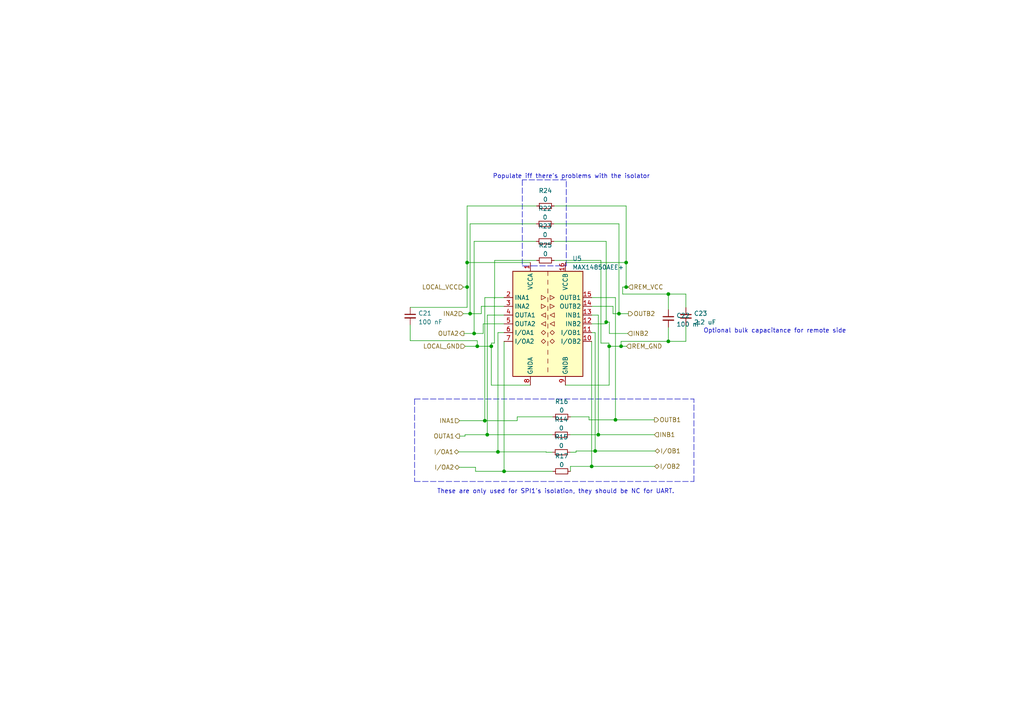
<source format=kicad_sch>
(kicad_sch (version 20211123) (generator eeschema)
  (paper "A4")
  (lib_symbols
    (symbol "Device:C_Small" (pin_numbers hide) (pin_names (offset 0.254) hide)
      (property "Reference" "C" (at 0.254 1.778 0))
      (property "Value" "C_Small" (at 0.254 -2.032 0))
      (symbol "C_Small_0_1"
        (polyline (pts (xy -1.524 -0.508) (xy 1.524 -0.508)) (stroke (width 0.3302)))
        (polyline (pts (xy -1.524 0.508) (xy 1.524 0.508)) (stroke (width 0.3048)))
      )
      (symbol "C_Small_1_1"
        (pin passive line (at 0 2.54 270) (length 2.032) (name "~") (number "1"))
        (pin passive line (at 0 -2.54 90) (length 2.032) (name "~") (number "2"))
      )
    )
    (symbol "Device:R_Small" (pin_numbers hide) (pin_names (offset 0.254) hide)
      (property "Reference" "R" (at 0.762 0.508 0))
      (property "Value" "R_Small" (at 0.762 -1.016 0))
      (symbol "R_Small_0_1"
        (rectangle (start -0.762 1.778) (end 0.762 -1.778) (stroke (width 0.2032)))
      )
      (symbol "R_Small_1_1"
        (pin passive line (at 0 2.54 270) (length 0.762) (name "~") (number "1"))
        (pin passive line (at 0 -2.54 90) (length 0.762) (name "~") (number "2"))
      )
    )
    (symbol "Isolator:MAX14850AEE+"
      (property "Reference" "U" (at -9.525 16.51 0))
      (property "Value" "MAX14850AEE+" (at 13.335 16.51 0))
      (symbol "MAX14850AEE+_0_1"
        (rectangle (start -10.16 15.24) (end 10.16 -15.24) (stroke (width 0.254)) (fill (type background)))
        (polyline (pts (xy 0 -12.7) (xy 0 -13.97)))
        (polyline (pts (xy 0 -10.16) (xy 0 -11.43)))
        (polyline (pts (xy 0 -7.62) (xy 0 -8.89)))
        (polyline (pts (xy 0 -5.08) (xy 0 -6.35)))
        (polyline (pts (xy 0 -2.54) (xy 0 -3.81)))
        (polyline (pts (xy 0 0) (xy 0 -1.27)))
        (polyline (pts (xy 0 2.54) (xy 0 1.27)))
        (polyline (pts (xy 0 5.08) (xy 0 3.81)))
        (polyline (pts (xy 0 7.62) (xy 0 6.35)))
        (polyline (pts (xy 0 10.16) (xy 0 8.89)))
        (polyline (pts (xy 0 12.7) (xy 0 11.43)))
        (polyline (pts (xy 0 15.24) (xy 0 13.97)))
        (polyline (pts (xy -1.905 5.715) (xy -1.905 4.445) (xy -0.635 5.08) (xy -1.905 5.715)))
        (polyline (pts (xy -1.905 8.255) (xy -1.905 6.985) (xy -0.635 7.62) (xy -1.905 8.255)))
        (polyline (pts (xy -0.635 -0.635) (xy -0.635 0.635) (xy -1.905 0) (xy -0.635 -0.635)))
        (polyline (pts (xy -0.635 1.905) (xy -0.635 3.175) (xy -1.905 2.54) (xy -0.635 1.905)))
        (polyline (pts (xy 0.635 5.715) (xy 0.635 4.445) (xy 1.905 5.08) (xy 0.635 5.715)))
        (polyline (pts (xy 0.635 8.255) (xy 0.635 6.985) (xy 1.905 7.62) (xy 0.635 8.255)))
        (polyline (pts (xy 1.905 -0.635) (xy 1.905 0.635) (xy 0.635 0) (xy 1.905 -0.635)))
        (polyline (pts (xy 1.905 1.905) (xy 1.905 3.175) (xy 0.635 2.54) (xy 1.905 1.905)))
        (polyline (pts (xy -1.27 -4.445) (xy -1.905 -5.08) (xy -1.27 -5.715) (xy -0.635 -5.08) (xy -1.27 -4.445)))
        (polyline (pts (xy -1.27 -1.905) (xy -1.905 -2.54) (xy -1.27 -3.175) (xy -0.635 -2.54) (xy -1.27 -1.905)))
        (polyline (pts (xy 1.27 -4.445) (xy 0.635 -5.08) (xy 1.27 -5.715) (xy 1.905 -5.08) (xy 1.27 -4.445)))
        (polyline (pts (xy 1.27 -1.905) (xy 0.635 -2.54) (xy 1.27 -3.175) (xy 1.905 -2.54) (xy 1.27 -1.905)))
      )
      (symbol "MAX14850AEE+_1_1"
        (pin power_in line (at -5.08 17.78 270) (length 2.54) (name "VCCA") (number "1"))
        (pin bidirectional line (at 12.7 -5.08 180) (length 2.54) (name "I/OB2") (number "10"))
        (pin bidirectional line (at 12.7 -2.54 180) (length 2.54) (name "I/OB1") (number "11"))
        (pin input line (at 12.7 0 180) (length 2.54) (name "INB2") (number "12"))
        (pin input line (at 12.7 2.54 180) (length 2.54) (name "INB1") (number "13"))
        (pin output line (at 12.7 5.08 180) (length 2.54) (name "OUTB2") (number "14"))
        (pin output line (at 12.7 7.62 180) (length 2.54) (name "OUTB1") (number "15"))
        (pin power_in line (at 5.08 17.78 270) (length 2.54) (name "VCCB") (number "16"))
        (pin input line (at -12.7 7.62 0) (length 2.54) (name "INA1") (number "2"))
        (pin input line (at -12.7 5.08 0) (length 2.54) (name "INA2") (number "3"))
        (pin output line (at -12.7 2.54 0) (length 2.54) (name "OUTA1") (number "4"))
        (pin output line (at -12.7 0 0) (length 2.54) (name "OUTA2") (number "5"))
        (pin bidirectional line (at -12.7 -2.54 0) (length 2.54) (name "I/OA1") (number "6"))
        (pin bidirectional line (at -12.7 -5.08 0) (length 2.54) (name "I/OA2") (number "7"))
        (pin power_in line (at -5.08 -17.78 90) (length 2.54) (name "GNDA") (number "8"))
        (pin power_in line (at 5.08 -17.78 90) (length 2.54) (name "GNDB") (number "9"))
      )
    )
  )
  (junction (at 146.2024 136.7028))
  (junction (at 180.1368 100.4316))
  (junction (at 138.43 100.4316))
  (junction (at 181.61 83.2612))
  (junction (at 176.6824 100.4316))
  (junction (at 144.4244 131.064))
  (junction (at 193.8528 85.2932))
  (junction (at 135.4836 83.2612))
  (junction (at 141.3256 126.0856))
  (junction (at 135.4836 76.1492))
  (junction (at 140.6144 122.0216))
  (junction (at 175.8188 93.4212))
  (junction (at 179.5272 90.9828))
  (junction (at 181.61 76.1492))
  (junction (at 172.6184 130.81))
  (junction (at 178.5112 121.7676))
  (junction (at 142.494 100.4316))
  (junction (at 173.5328 126.0856))
  (junction (at 193.8528 99.0092))
  (junction (at 136.3472 90.9828))
  (junction (at 137.5156 96.7232))
  (junction (at 171.6024 135.2804))
  (wire (pts (xy 175.8188 93.9292) (xy 175.8188 93.4212)))
  (wire (pts (xy 133.0452 131.064) (xy 144.4244 131.064)))
  (wire (pts (xy 146.2024 86.3092) (xy 140.6144 86.3092)))
  (polyline (pts (xy 120.2436 115.7224) (xy 120.2436 139.6492)))
  (wire (pts (xy 172.6184 96.4692) (xy 172.6184 130.81)))
  (wire (pts (xy 140.1572 93.9292) (xy 140.1572 96.7232)))
  (wire (pts (xy 193.8528 85.2932) (xy 198.9328 85.2932)))
  (wire (pts (xy 176.6824 111.7092) (xy 176.6824 100.4316)))
  (wire (pts (xy 146.2024 91.3892) (xy 141.3256 91.3892)))
  (wire (pts (xy 134.366 90.9828) (xy 136.3472 90.9828)))
  (wire (pts (xy 146.2024 96.4692) (xy 144.4244 96.4692)))
  (wire (pts (xy 180.594 85.2932) (xy 193.8528 85.2932)))
  (wire (pts (xy 177.8 90.9828) (xy 179.5272 90.9828)))
  (wire (pts (xy 165.4556 135.2804) (xy 165.4556 136.7028)))
  (polyline (pts (xy 154.2288 77.1144) (xy 164.2364 77.1144)))
  (wire (pts (xy 134.874 126.492) (xy 133.2992 126.492)))
  (wire (pts (xy 155.5496 70.0024) (xy 137.5156 70.0024)))
  (wire (pts (xy 176.6316 100.4316) (xy 176.6316 99.5172)))
  (wire (pts (xy 155.5496 64.9224) (xy 136.3472 64.9224)))
  (wire (pts (xy 180.1368 100.4316) (xy 181.7116 100.4316)))
  (polyline (pts (xy 151.4856 77.1144) (xy 154.2288 77.1144)))
  (wire (pts (xy 144.4244 96.4692) (xy 144.4244 131.064)))
  (polyline (pts (xy 201.2696 139.6492) (xy 201.2696 115.7224)))
  (wire (pts (xy 176.7332 96.7232) (xy 182.0672 96.7232)))
  (wire (pts (xy 189.7888 121.7676) (xy 178.5112 121.7676)))
  (wire (pts (xy 171.6024 96.4692) (xy 172.6184 96.4692)))
  (wire (pts (xy 160.6296 70.0024) (xy 175.8188 70.0024)))
  (wire (pts (xy 118.9736 89.154) (xy 135.4836 89.154)))
  (wire (pts (xy 179.5272 90.9828) (xy 182.2704 90.9828)))
  (wire (pts (xy 137.5156 96.7232) (xy 134.5692 96.7232)))
  (wire (pts (xy 193.8528 99.0092) (xy 198.9328 99.0092)))
  (wire (pts (xy 158.3944 131.064) (xy 158.3944 131.1656)))
  (wire (pts (xy 171.6024 91.3892) (xy 173.5328 91.3892)))
  (wire (pts (xy 158.3944 131.1656) (xy 160.274 131.1656)))
  (wire (pts (xy 140.1572 96.7232) (xy 137.5156 96.7232)))
  (wire (pts (xy 135.4836 76.1492) (xy 135.4836 83.2612)))
  (wire (pts (xy 155.6512 75.5396) (xy 143.4592 75.5396)))
  (wire (pts (xy 172.6184 130.81) (xy 167.0812 130.81)))
  (wire (pts (xy 171.6024 93.9292) (xy 175.8188 93.9292)))
  (wire (pts (xy 143.4084 86.5632) (xy 143.4592 86.5632)))
  (wire (pts (xy 176.6824 100.4316) (xy 180.1368 100.4316)))
  (wire (pts (xy 193.8528 89.8144) (xy 193.8528 85.2932)))
  (wire (pts (xy 180.594 85.2932) (xy 180.594 83.2612)))
  (wire (pts (xy 141.3256 91.3892) (xy 141.3256 126.0856)))
  (wire (pts (xy 139.5984 88.8492) (xy 139.5984 90.9828)))
  (wire (pts (xy 160.7312 75.5396) (xy 174.2948 75.5396)))
  (wire (pts (xy 171.6024 86.3092) (xy 178.5112 86.3092)))
  (wire (pts (xy 142.494 100.4316) (xy 142.494 111.7092)))
  (wire (pts (xy 144.4244 131.064) (xy 158.3944 131.064)))
  (wire (pts (xy 137.922 136.7028) (xy 146.2024 136.7028)))
  (wire (pts (xy 146.2024 136.7028) (xy 160.3756 136.7028)))
  (polyline (pts (xy 120.2436 139.6492) (xy 201.2696 139.6492)))
  (wire (pts (xy 142.494 99.5172) (xy 142.494 100.4316)))
  (wire (pts (xy 173.5328 91.3892) (xy 173.5328 126.0856)))
  (wire (pts (xy 175.8188 70.0024) (xy 175.8188 93.4212)))
  (wire (pts (xy 140.6144 122.0216) (xy 150.0124 122.0216)))
  (wire (pts (xy 171.6024 135.2804) (xy 189.8904 135.2804)))
  (wire (pts (xy 177.8 88.8492) (xy 177.8 90.9828)))
  (wire (pts (xy 173.5328 126.0856) (xy 189.7888 126.0856)))
  (wire (pts (xy 193.8528 94.8944) (xy 193.8528 99.0092)))
  (wire (pts (xy 163.9824 76.1492) (xy 181.61 76.1492)))
  (wire (pts (xy 138.43 98.806) (xy 138.43 100.4316)))
  (wire (pts (xy 179.5272 64.9224) (xy 179.5272 90.9828)))
  (wire (pts (xy 178.5112 121.7676) (xy 170.8404 121.7676)))
  (wire (pts (xy 160.274 126.0856) (xy 141.3256 126.0856)))
  (wire (pts (xy 160.6296 64.9224) (xy 179.5272 64.9224)))
  (wire (pts (xy 140.6144 86.3092) (xy 140.6144 122.0216)))
  (wire (pts (xy 150.0124 120.904) (xy 160.3756 120.904)))
  (wire (pts (xy 146.2024 93.9292) (xy 140.1572 93.9292)))
  (wire (pts (xy 146.2024 88.8492) (xy 139.5984 88.8492)))
  (wire (pts (xy 174.2948 75.5396) (xy 174.2948 99.5172)))
  (wire (pts (xy 153.8224 76.1492) (xy 135.4836 76.1492)))
  (wire (pts (xy 137.922 136.7028) (xy 137.922 135.5344)))
  (wire (pts (xy 171.6024 88.8492) (xy 177.8 88.8492)))
  (wire (pts (xy 135.4836 59.7408) (xy 135.4836 76.1492)))
  (polyline (pts (xy 164.2364 77.1144) (xy 164.2364 52.1716)))
  (wire (pts (xy 141.3256 126.0856) (xy 134.874 126.0856)))
  (wire (pts (xy 118.9736 94.234) (xy 118.9736 98.806)))
  (wire (pts (xy 118.9736 98.806) (xy 138.43 98.806)))
  (wire (pts (xy 178.5112 86.3092) (xy 178.5112 121.7676)))
  (wire (pts (xy 163.9824 111.7092) (xy 176.6824 111.7092)))
  (polyline (pts (xy 164.2364 52.1716) (xy 151.4856 52.1716)))
  (wire (pts (xy 165.354 131.1656) (xy 167.0812 131.1656)))
  (wire (pts (xy 165.4556 135.2804) (xy 171.6024 135.2804)))
  (wire (pts (xy 193.8528 99.0092) (xy 180.1368 99.0092)))
  (wire (pts (xy 190.0428 130.81) (xy 172.6184 130.81)))
  (wire (pts (xy 180.594 83.2612) (xy 181.61 83.2612)))
  (wire (pts (xy 176.7332 93.4212) (xy 176.7332 96.7232)))
  (wire (pts (xy 198.9328 94.2848) (xy 198.9328 99.0092)))
  (wire (pts (xy 134.874 126.0856) (xy 134.874 126.492)))
  (wire (pts (xy 146.2024 99.0092) (xy 146.2024 136.7028)))
  (wire (pts (xy 165.354 126.0856) (xy 173.5328 126.0856)))
  (wire (pts (xy 155.6512 59.7408) (xy 135.4836 59.7408)))
  (wire (pts (xy 142.494 111.7092) (xy 153.8224 111.7092)))
  (wire (pts (xy 160.7312 59.7408) (xy 181.61 59.7408)))
  (wire (pts (xy 180.1368 99.0092) (xy 180.1368 100.4316)))
  (wire (pts (xy 176.6316 100.4316) (xy 176.6824 100.4316)))
  (wire (pts (xy 181.61 76.1492) (xy 181.61 83.2612)))
  (wire (pts (xy 150.0124 122.0216) (xy 150.0124 120.904)))
  (wire (pts (xy 176.6316 99.5172) (xy 174.2948 99.5172)))
  (wire (pts (xy 198.9328 89.2048) (xy 198.9328 85.2932)))
  (wire (pts (xy 167.0812 130.81) (xy 167.0812 131.1656)))
  (wire (pts (xy 134.9248 100.4316) (xy 138.43 100.4316)))
  (wire (pts (xy 135.4836 83.2612) (xy 134.366 83.2612)))
  (wire (pts (xy 137.5156 70.0024) (xy 137.5156 96.7232)))
  (wire (pts (xy 133.2992 122.0216) (xy 140.6144 122.0216)))
  (wire (pts (xy 143.4084 99.5172) (xy 142.494 99.5172)))
  (wire (pts (xy 181.61 83.2612) (xy 182.2704 83.2612)))
  (polyline (pts (xy 151.4856 52.1716) (xy 151.4856 77.1144)))
  (wire (pts (xy 170.8404 121.7676) (xy 170.8404 120.904)))
  (wire (pts (xy 143.4592 75.5396) (xy 143.4592 86.5632)))
  (wire (pts (xy 170.8404 120.904) (xy 165.4556 120.904)))
  (wire (pts (xy 136.3472 64.9224) (xy 136.3472 90.9828)))
  (wire (pts (xy 136.3472 90.9828) (xy 139.5984 90.9828)))
  (wire (pts (xy 143.4084 86.5632) (xy 143.4084 99.5172)))
  (polyline (pts (xy 120.2436 115.7224) (xy 201.2696 115.7224)))
  (wire (pts (xy 181.61 59.7408) (xy 181.61 76.1492)))
  (wire (pts (xy 137.922 135.5344) (xy 133.1976 135.5344)))
  (wire (pts (xy 135.4836 89.154) (xy 135.4836 83.2612)))
  (wire (pts (xy 175.8188 93.4212) (xy 176.7332 93.4212)))
  (wire (pts (xy 171.6024 99.0092) (xy 171.6024 135.2804)))
  (wire (pts (xy 138.43 100.4316) (xy 142.494 100.4316)))
  (text "These are only used for SPI1's isolation, they should be NC for UART." (at 126.746 143.3576 0) (effects (font (size 1.27 1.27)) (justify left bottom)))
  (text "Populate iff there's problems with the isolator" (at 142.9004 51.9684 0) (effects (font (size 1.27 1.27)) (justify left bottom)))
  (text "Optional bulk capacitance for remote side" (at 204.0128 96.774 0) (effects (font (size 1.27 1.27)) (justify left bottom)))
  (hierarchical_label "INB2" (shape input) (at 182.0672 96.7232 0))
  (hierarchical_label "OUTA1" (shape output) (at 133.2992 126.492 180))
  (hierarchical_label "REM_GND" (shape input) (at 181.7116 100.4316 0))
  (hierarchical_label "OUTA2" (shape output) (at 134.5692 96.7232 180))
  (hierarchical_label "INA1" (shape input) (at 133.2992 122.0216 180))
  (hierarchical_label "I{slash}OA2" (shape bidirectional) (at 133.1976 135.5344 180))
  (hierarchical_label "I{slash}OB1" (shape bidirectional) (at 190.0428 130.81 0))
  (hierarchical_label "I{slash}OB2" (shape bidirectional) (at 189.8904 135.2804 0))
  (hierarchical_label "REM_VCC" (shape input) (at 182.2704 83.2612 0))
  (hierarchical_label "LOCAL_GND" (shape input) (at 134.9248 100.4316 180))
  (hierarchical_label "INA2" (shape input) (at 134.366 90.9828 180))
  (hierarchical_label "I{slash}OA1" (shape bidirectional) (at 133.0452 131.064 180))
  (hierarchical_label "OUTB1" (shape output) (at 189.7888 121.7676 0))
  (hierarchical_label "INB1" (shape input) (at 189.7888 126.0856 0))
  (hierarchical_label "OUTB2" (shape output) (at 182.2704 90.9828 0))
  (hierarchical_label "LOCAL_VCC" (shape input) (at 134.366 83.2612 180))
  (symbol (lib_id "Device:C_Small") (at 198.9328 91.7448 0) (unit 1)
    (property "Reference" "C23" (at 201.2569 90.9164 0) (effects (justify left)))
    (property "Value" "2.2 uF" (at 201.2569 93.4533 0) (effects (justify left)))
    (property "Footprint" "Capacitor_SMD:C_0603_1608Metric" (effects hide))
    (property "Datasheet" "https://www.mouser.ch/ProductDetail/Samsung-Electro-Mechanics/CL10A225KQ8NNNC?qs=hqM3L16%252Bxld0MzUUBSMu4A%3D%3D" (effects hide))
  )
  (symbol (lib_id "Device:R_Small") (at 162.9156 136.7028 270) (unit 1)
    (property "Reference" "R17" (at 162.9156 132.2664 90))
    (property "Value" "0" (at 162.9156 134.8033 90))
    (property "Footprint" "Resistor_SMD:R_0603_1608Metric" (effects hide))
    (property "Datasheet" "soldering iron melts solder on two pins together, boom you have a 0 ohm R" (effects hide))
  )
  (symbol (lib_id "Device:C_Small") (at 118.9736 91.694 0) (unit 1)
    (property "Reference" "C21" (at 121.2977 90.8656 0) (effects (justify left)))
    (property "Value" "100 nF" (at 121.2977 93.4025 0) (effects (justify left)))
    (property "Footprint" "Capacitor_SMD:C_0603_1608Metric" (effects hide))
    (property "Datasheet" "https://www.mouser.ch/ProductDetail/Samsung-Electro-Mechanics/CL10B104JB8NNNC?qs=349EhDEZ59oLEw5wc1qvGw%3D%3D" (effects hide))
  )
  (symbol (lib_id "Device:C_Small") (at 193.8528 92.3544 0) (unit 1)
    (property "Reference" "C22" (at 196.1769 91.526 0) (effects (justify left)))
    (property "Value" "100 nF" (at 196.1769 94.0629 0) (effects (justify left)))
    (property "Footprint" "Capacitor_SMD:C_0603_1608Metric" (effects hide))
    (property "Datasheet" "https://www.mouser.ch/ProductDetail/Samsung-Electro-Mechanics/CL10B104JB8NNNC?qs=349EhDEZ59oLEw5wc1qvGw%3D%3D" (effects hide))
  )
  (symbol (lib_id "Device:R_Small") (at 158.1912 75.5396 270) (unit 1)
    (property "Reference" "R25" (at 158.1912 71.1032 90))
    (property "Value" "0" (at 158.1912 73.6401 90))
    (property "Footprint" "Resistor_SMD:R_0603_1608Metric" (effects hide))
    (property "Datasheet" "soldering iron melts solder on two pins together, boom you have a 0 ohm R" (effects hide))
  )
  (symbol (lib_id "Device:R_Small") (at 158.0896 70.0024 270) (unit 1)
    (property "Reference" "R23" (at 158.0896 65.566 90))
    (property "Value" "0" (at 158.0896 68.1029 90))
    (property "Footprint" "Resistor_SMD:R_0603_1608Metric" (effects hide))
    (property "Datasheet" "soldering iron melts solder on two pins together, boom you have a 0 ohm R" (effects hide))
  )
  (symbol (lib_id "Device:R_Small") (at 162.814 126.0856 270) (unit 1)
    (property "Reference" "R14" (at 162.814 121.6492 90))
    (property "Value" "0" (at 162.814 124.1861 90))
    (property "Footprint" "Resistor_SMD:R_0603_1608Metric" (effects hide))
    (property "Datasheet" "soldering iron melts solder on two pins together, boom you have a 0 ohm R" (effects hide))
  )
  (symbol (lib_id "Device:R_Small") (at 158.0896 64.9224 270) (unit 1)
    (property "Reference" "R22" (at 158.0896 60.486 90))
    (property "Value" "0" (at 158.0896 63.0229 90))
    (property "Footprint" "Resistor_SMD:R_0603_1608Metric" (effects hide))
    (property "Datasheet" "soldering iron melts solder on two pins together, boom you have a 0 ohm R" (effects hide))
  )
  (symbol (lib_id "Device:R_Small") (at 162.814 131.1656 270) (unit 1)
    (property "Reference" "R15" (at 162.814 126.7292 90))
    (property "Value" "0" (at 162.814 129.2661 90))
    (property "Footprint" "Resistor_SMD:R_0603_1608Metric" (effects hide))
    (property "Datasheet" "soldering iron melts solder on two pins together, boom you have a 0 ohm R" (effects hide))
  )
  (symbol (lib_id "Device:R_Small") (at 158.1912 59.7408 270) (unit 1)
    (property "Reference" "R24" (at 158.1912 55.3044 90))
    (property "Value" "0" (at 158.1912 57.8413 90))
    (property "Footprint" "Resistor_SMD:R_0603_1608Metric" (effects hide))
    (property "Datasheet" "soldering iron melts solder on two pins together, boom you have a 0 ohm R" (effects hide))
  )
  (symbol (lib_id "Device:R_Small") (at 162.9156 120.904 270) (unit 1)
    (property "Reference" "R16" (at 162.9156 116.4676 90))
    (property "Value" "0" (at 162.9156 119.0045 90))
    (property "Footprint" "Resistor_SMD:R_0603_1608Metric" (effects hide))
    (property "Datasheet" "soldering iron melts solder on two pins together, boom you have a 0 ohm R" (effects hide))
  )
  (symbol (lib_id "Isolator:MAX14850AEE+") (at 158.9024 93.9292 0) (unit 1)
    (property "Reference" "U5" (at 166.0018 74.9894 0) (effects (justify left)))
    (property "Value" "MAX14850AEE+" (at 166.0018 77.5263 0) (effects (justify left)))
    (property "Footprint" "Package_SO:QSOP-16_3.9x4.9mm_P0.635mm" (effects hide))
    (property "Datasheet" "https://datasheets.maximintegrated.com/en/ds/MAX14850.pdf" (effects hide))
  )
)
</source>
